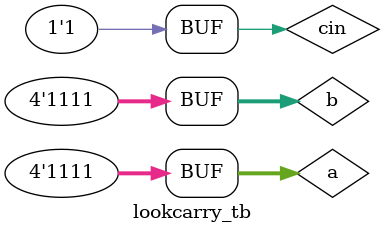
<source format=v>

module lookcarry(
    input [4:0] a, b,
    input cin,
    output [3:0] sum,
    output cout
);


wire [4:0]c_g,c_p;
wire [4:0]carry;

assign carry[0]=cin;
genvar i;

generate
 for(i=0;i<4;i=i+1) begin 
  assign c_g[i]=a[i]& b[i];
  assign c_p[i]= a[i]^b[i];
  assign carry[i+1]= c_g | (c_p & carry[i]);
  
   assign sum[i]= a[i] ^ b[i] ^ carry[i];// sum operation
 end
 endgenerate
assign cout = carry[4];
endmodule


// Code your testbench here
// or browse Examples
module lookcarry_tb;

reg [3:0] a,b;
reg cin;

wire [3:0] sum,carry;

lookcarry lc (.a(a),.b(b),.cin(cin),.sum(sum),.cout(cout));

initial begin

a=15; b=11; cin=0; #2;
  
  a=10; b=11; cin=0; #2;
  
  a=14; b=15; cin=1; #2;
  
  a=9; b=10; cin=1; #2;
  
  a=8; b=10; cin=0; #2;
  
  a=12; b=11; cin=0; #2;
  
  a=15; b=15; cin=1; #2;
  
  
end

  always@(*) begin
 $display("a = %b, b = %b,c =%b,sum = %b,cout = %b" ,a,b,cin,sum,cout);
  end
  initial begin
  
    $dumpfile("lookcarry.vcd");
    $dumpvars(0,lookcarry_tb);
  end

endmodule
        

</source>
